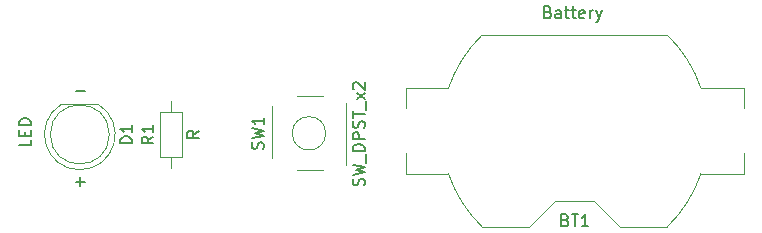
<source format=gto>
%TF.GenerationSoftware,KiCad,Pcbnew,7.0.6-7.0.6~ubuntu22.10.1*%
%TF.CreationDate,2023-08-23T17:57:52+03:00*%
%TF.ProjectId,Prj1 - LED torch,50726a31-202d-4204-9c45-4420746f7263,rev?*%
%TF.SameCoordinates,Original*%
%TF.FileFunction,Legend,Top*%
%TF.FilePolarity,Positive*%
%FSLAX46Y46*%
G04 Gerber Fmt 4.6, Leading zero omitted, Abs format (unit mm)*
G04 Created by KiCad (PCBNEW 7.0.6-7.0.6~ubuntu22.10.1) date 2023-08-23 17:57:52*
%MOMM*%
%LPD*%
G01*
G04 APERTURE LIST*
%ADD10C,0.150000*%
%ADD11C,0.120000*%
G04 APERTURE END LIST*
D10*
X155236779Y-109288866D02*
X155998684Y-109288866D01*
X155236779Y-116988866D02*
X155998684Y-116988866D01*
X155617731Y-117369819D02*
X155617731Y-116607914D01*
X196714285Y-120251009D02*
X196857142Y-120298628D01*
X196857142Y-120298628D02*
X196904761Y-120346247D01*
X196904761Y-120346247D02*
X196952380Y-120441485D01*
X196952380Y-120441485D02*
X196952380Y-120584342D01*
X196952380Y-120584342D02*
X196904761Y-120679580D01*
X196904761Y-120679580D02*
X196857142Y-120727200D01*
X196857142Y-120727200D02*
X196761904Y-120774819D01*
X196761904Y-120774819D02*
X196380952Y-120774819D01*
X196380952Y-120774819D02*
X196380952Y-119774819D01*
X196380952Y-119774819D02*
X196714285Y-119774819D01*
X196714285Y-119774819D02*
X196809523Y-119822438D01*
X196809523Y-119822438D02*
X196857142Y-119870057D01*
X196857142Y-119870057D02*
X196904761Y-119965295D01*
X196904761Y-119965295D02*
X196904761Y-120060533D01*
X196904761Y-120060533D02*
X196857142Y-120155771D01*
X196857142Y-120155771D02*
X196809523Y-120203390D01*
X196809523Y-120203390D02*
X196714285Y-120251009D01*
X196714285Y-120251009D02*
X196380952Y-120251009D01*
X197238095Y-119774819D02*
X197809523Y-119774819D01*
X197523809Y-120774819D02*
X197523809Y-119774819D01*
X198666666Y-120774819D02*
X198095238Y-120774819D01*
X198380952Y-120774819D02*
X198380952Y-119774819D01*
X198380952Y-119774819D02*
X198285714Y-119917676D01*
X198285714Y-119917676D02*
X198190476Y-120012914D01*
X198190476Y-120012914D02*
X198095238Y-120060533D01*
X195228570Y-102631009D02*
X195371427Y-102678628D01*
X195371427Y-102678628D02*
X195419046Y-102726247D01*
X195419046Y-102726247D02*
X195466665Y-102821485D01*
X195466665Y-102821485D02*
X195466665Y-102964342D01*
X195466665Y-102964342D02*
X195419046Y-103059580D01*
X195419046Y-103059580D02*
X195371427Y-103107200D01*
X195371427Y-103107200D02*
X195276189Y-103154819D01*
X195276189Y-103154819D02*
X194895237Y-103154819D01*
X194895237Y-103154819D02*
X194895237Y-102154819D01*
X194895237Y-102154819D02*
X195228570Y-102154819D01*
X195228570Y-102154819D02*
X195323808Y-102202438D01*
X195323808Y-102202438D02*
X195371427Y-102250057D01*
X195371427Y-102250057D02*
X195419046Y-102345295D01*
X195419046Y-102345295D02*
X195419046Y-102440533D01*
X195419046Y-102440533D02*
X195371427Y-102535771D01*
X195371427Y-102535771D02*
X195323808Y-102583390D01*
X195323808Y-102583390D02*
X195228570Y-102631009D01*
X195228570Y-102631009D02*
X194895237Y-102631009D01*
X196323808Y-103154819D02*
X196323808Y-102631009D01*
X196323808Y-102631009D02*
X196276189Y-102535771D01*
X196276189Y-102535771D02*
X196180951Y-102488152D01*
X196180951Y-102488152D02*
X195990475Y-102488152D01*
X195990475Y-102488152D02*
X195895237Y-102535771D01*
X196323808Y-103107200D02*
X196228570Y-103154819D01*
X196228570Y-103154819D02*
X195990475Y-103154819D01*
X195990475Y-103154819D02*
X195895237Y-103107200D01*
X195895237Y-103107200D02*
X195847618Y-103011961D01*
X195847618Y-103011961D02*
X195847618Y-102916723D01*
X195847618Y-102916723D02*
X195895237Y-102821485D01*
X195895237Y-102821485D02*
X195990475Y-102773866D01*
X195990475Y-102773866D02*
X196228570Y-102773866D01*
X196228570Y-102773866D02*
X196323808Y-102726247D01*
X196657142Y-102488152D02*
X197038094Y-102488152D01*
X196799999Y-102154819D02*
X196799999Y-103011961D01*
X196799999Y-103011961D02*
X196847618Y-103107200D01*
X196847618Y-103107200D02*
X196942856Y-103154819D01*
X196942856Y-103154819D02*
X197038094Y-103154819D01*
X197228571Y-102488152D02*
X197609523Y-102488152D01*
X197371428Y-102154819D02*
X197371428Y-103011961D01*
X197371428Y-103011961D02*
X197419047Y-103107200D01*
X197419047Y-103107200D02*
X197514285Y-103154819D01*
X197514285Y-103154819D02*
X197609523Y-103154819D01*
X198323809Y-103107200D02*
X198228571Y-103154819D01*
X198228571Y-103154819D02*
X198038095Y-103154819D01*
X198038095Y-103154819D02*
X197942857Y-103107200D01*
X197942857Y-103107200D02*
X197895238Y-103011961D01*
X197895238Y-103011961D02*
X197895238Y-102631009D01*
X197895238Y-102631009D02*
X197942857Y-102535771D01*
X197942857Y-102535771D02*
X198038095Y-102488152D01*
X198038095Y-102488152D02*
X198228571Y-102488152D01*
X198228571Y-102488152D02*
X198323809Y-102535771D01*
X198323809Y-102535771D02*
X198371428Y-102631009D01*
X198371428Y-102631009D02*
X198371428Y-102726247D01*
X198371428Y-102726247D02*
X197895238Y-102821485D01*
X198800000Y-103154819D02*
X198800000Y-102488152D01*
X198800000Y-102678628D02*
X198847619Y-102583390D01*
X198847619Y-102583390D02*
X198895238Y-102535771D01*
X198895238Y-102535771D02*
X198990476Y-102488152D01*
X198990476Y-102488152D02*
X199085714Y-102488152D01*
X199323810Y-102488152D02*
X199561905Y-103154819D01*
X199800000Y-102488152D02*
X199561905Y-103154819D01*
X199561905Y-103154819D02*
X199466667Y-103392914D01*
X199466667Y-103392914D02*
X199419048Y-103440533D01*
X199419048Y-103440533D02*
X199323810Y-103488152D01*
X160014819Y-113733094D02*
X159014819Y-113733094D01*
X159014819Y-113733094D02*
X159014819Y-113494999D01*
X159014819Y-113494999D02*
X159062438Y-113352142D01*
X159062438Y-113352142D02*
X159157676Y-113256904D01*
X159157676Y-113256904D02*
X159252914Y-113209285D01*
X159252914Y-113209285D02*
X159443390Y-113161666D01*
X159443390Y-113161666D02*
X159586247Y-113161666D01*
X159586247Y-113161666D02*
X159776723Y-113209285D01*
X159776723Y-113209285D02*
X159871961Y-113256904D01*
X159871961Y-113256904D02*
X159967200Y-113352142D01*
X159967200Y-113352142D02*
X160014819Y-113494999D01*
X160014819Y-113494999D02*
X160014819Y-113733094D01*
X160014819Y-112209285D02*
X160014819Y-112780713D01*
X160014819Y-112494999D02*
X159014819Y-112494999D01*
X159014819Y-112494999D02*
X159157676Y-112590237D01*
X159157676Y-112590237D02*
X159252914Y-112685475D01*
X159252914Y-112685475D02*
X159300533Y-112780713D01*
X151454819Y-113442857D02*
X151454819Y-113919047D01*
X151454819Y-113919047D02*
X150454819Y-113919047D01*
X150931009Y-113109523D02*
X150931009Y-112776190D01*
X151454819Y-112633333D02*
X151454819Y-113109523D01*
X151454819Y-113109523D02*
X150454819Y-113109523D01*
X150454819Y-113109523D02*
X150454819Y-112633333D01*
X151454819Y-112204761D02*
X150454819Y-112204761D01*
X150454819Y-112204761D02*
X150454819Y-111966666D01*
X150454819Y-111966666D02*
X150502438Y-111823809D01*
X150502438Y-111823809D02*
X150597676Y-111728571D01*
X150597676Y-111728571D02*
X150692914Y-111680952D01*
X150692914Y-111680952D02*
X150883390Y-111633333D01*
X150883390Y-111633333D02*
X151026247Y-111633333D01*
X151026247Y-111633333D02*
X151216723Y-111680952D01*
X151216723Y-111680952D02*
X151311961Y-111728571D01*
X151311961Y-111728571D02*
X151407200Y-111823809D01*
X151407200Y-111823809D02*
X151454819Y-111966666D01*
X151454819Y-111966666D02*
X151454819Y-112204761D01*
X161834819Y-113176666D02*
X161358628Y-113509999D01*
X161834819Y-113748094D02*
X160834819Y-113748094D01*
X160834819Y-113748094D02*
X160834819Y-113367142D01*
X160834819Y-113367142D02*
X160882438Y-113271904D01*
X160882438Y-113271904D02*
X160930057Y-113224285D01*
X160930057Y-113224285D02*
X161025295Y-113176666D01*
X161025295Y-113176666D02*
X161168152Y-113176666D01*
X161168152Y-113176666D02*
X161263390Y-113224285D01*
X161263390Y-113224285D02*
X161311009Y-113271904D01*
X161311009Y-113271904D02*
X161358628Y-113367142D01*
X161358628Y-113367142D02*
X161358628Y-113748094D01*
X161834819Y-112224285D02*
X161834819Y-112795713D01*
X161834819Y-112509999D02*
X160834819Y-112509999D01*
X160834819Y-112509999D02*
X160977676Y-112605237D01*
X160977676Y-112605237D02*
X161072914Y-112700475D01*
X161072914Y-112700475D02*
X161120533Y-112795713D01*
X165674819Y-112700476D02*
X165198628Y-113033809D01*
X165674819Y-113271904D02*
X164674819Y-113271904D01*
X164674819Y-113271904D02*
X164674819Y-112890952D01*
X164674819Y-112890952D02*
X164722438Y-112795714D01*
X164722438Y-112795714D02*
X164770057Y-112748095D01*
X164770057Y-112748095D02*
X164865295Y-112700476D01*
X164865295Y-112700476D02*
X165008152Y-112700476D01*
X165008152Y-112700476D02*
X165103390Y-112748095D01*
X165103390Y-112748095D02*
X165151009Y-112795714D01*
X165151009Y-112795714D02*
X165198628Y-112890952D01*
X165198628Y-112890952D02*
X165198628Y-113271904D01*
X171107200Y-114233332D02*
X171154819Y-114090475D01*
X171154819Y-114090475D02*
X171154819Y-113852380D01*
X171154819Y-113852380D02*
X171107200Y-113757142D01*
X171107200Y-113757142D02*
X171059580Y-113709523D01*
X171059580Y-113709523D02*
X170964342Y-113661904D01*
X170964342Y-113661904D02*
X170869104Y-113661904D01*
X170869104Y-113661904D02*
X170773866Y-113709523D01*
X170773866Y-113709523D02*
X170726247Y-113757142D01*
X170726247Y-113757142D02*
X170678628Y-113852380D01*
X170678628Y-113852380D02*
X170631009Y-114042856D01*
X170631009Y-114042856D02*
X170583390Y-114138094D01*
X170583390Y-114138094D02*
X170535771Y-114185713D01*
X170535771Y-114185713D02*
X170440533Y-114233332D01*
X170440533Y-114233332D02*
X170345295Y-114233332D01*
X170345295Y-114233332D02*
X170250057Y-114185713D01*
X170250057Y-114185713D02*
X170202438Y-114138094D01*
X170202438Y-114138094D02*
X170154819Y-114042856D01*
X170154819Y-114042856D02*
X170154819Y-113804761D01*
X170154819Y-113804761D02*
X170202438Y-113661904D01*
X170154819Y-113328570D02*
X171154819Y-113090475D01*
X171154819Y-113090475D02*
X170440533Y-112899999D01*
X170440533Y-112899999D02*
X171154819Y-112709523D01*
X171154819Y-112709523D02*
X170154819Y-112471428D01*
X171154819Y-111566666D02*
X171154819Y-112138094D01*
X171154819Y-111852380D02*
X170154819Y-111852380D01*
X170154819Y-111852380D02*
X170297676Y-111947618D01*
X170297676Y-111947618D02*
X170392914Y-112042856D01*
X170392914Y-112042856D02*
X170440533Y-112138094D01*
X179657200Y-117307142D02*
X179704819Y-117164285D01*
X179704819Y-117164285D02*
X179704819Y-116926190D01*
X179704819Y-116926190D02*
X179657200Y-116830952D01*
X179657200Y-116830952D02*
X179609580Y-116783333D01*
X179609580Y-116783333D02*
X179514342Y-116735714D01*
X179514342Y-116735714D02*
X179419104Y-116735714D01*
X179419104Y-116735714D02*
X179323866Y-116783333D01*
X179323866Y-116783333D02*
X179276247Y-116830952D01*
X179276247Y-116830952D02*
X179228628Y-116926190D01*
X179228628Y-116926190D02*
X179181009Y-117116666D01*
X179181009Y-117116666D02*
X179133390Y-117211904D01*
X179133390Y-117211904D02*
X179085771Y-117259523D01*
X179085771Y-117259523D02*
X178990533Y-117307142D01*
X178990533Y-117307142D02*
X178895295Y-117307142D01*
X178895295Y-117307142D02*
X178800057Y-117259523D01*
X178800057Y-117259523D02*
X178752438Y-117211904D01*
X178752438Y-117211904D02*
X178704819Y-117116666D01*
X178704819Y-117116666D02*
X178704819Y-116878571D01*
X178704819Y-116878571D02*
X178752438Y-116735714D01*
X178704819Y-116402380D02*
X179704819Y-116164285D01*
X179704819Y-116164285D02*
X178990533Y-115973809D01*
X178990533Y-115973809D02*
X179704819Y-115783333D01*
X179704819Y-115783333D02*
X178704819Y-115545238D01*
X179800057Y-115402381D02*
X179800057Y-114640476D01*
X179704819Y-114402380D02*
X178704819Y-114402380D01*
X178704819Y-114402380D02*
X178704819Y-114164285D01*
X178704819Y-114164285D02*
X178752438Y-114021428D01*
X178752438Y-114021428D02*
X178847676Y-113926190D01*
X178847676Y-113926190D02*
X178942914Y-113878571D01*
X178942914Y-113878571D02*
X179133390Y-113830952D01*
X179133390Y-113830952D02*
X179276247Y-113830952D01*
X179276247Y-113830952D02*
X179466723Y-113878571D01*
X179466723Y-113878571D02*
X179561961Y-113926190D01*
X179561961Y-113926190D02*
X179657200Y-114021428D01*
X179657200Y-114021428D02*
X179704819Y-114164285D01*
X179704819Y-114164285D02*
X179704819Y-114402380D01*
X179704819Y-113402380D02*
X178704819Y-113402380D01*
X178704819Y-113402380D02*
X178704819Y-113021428D01*
X178704819Y-113021428D02*
X178752438Y-112926190D01*
X178752438Y-112926190D02*
X178800057Y-112878571D01*
X178800057Y-112878571D02*
X178895295Y-112830952D01*
X178895295Y-112830952D02*
X179038152Y-112830952D01*
X179038152Y-112830952D02*
X179133390Y-112878571D01*
X179133390Y-112878571D02*
X179181009Y-112926190D01*
X179181009Y-112926190D02*
X179228628Y-113021428D01*
X179228628Y-113021428D02*
X179228628Y-113402380D01*
X179657200Y-112449999D02*
X179704819Y-112307142D01*
X179704819Y-112307142D02*
X179704819Y-112069047D01*
X179704819Y-112069047D02*
X179657200Y-111973809D01*
X179657200Y-111973809D02*
X179609580Y-111926190D01*
X179609580Y-111926190D02*
X179514342Y-111878571D01*
X179514342Y-111878571D02*
X179419104Y-111878571D01*
X179419104Y-111878571D02*
X179323866Y-111926190D01*
X179323866Y-111926190D02*
X179276247Y-111973809D01*
X179276247Y-111973809D02*
X179228628Y-112069047D01*
X179228628Y-112069047D02*
X179181009Y-112259523D01*
X179181009Y-112259523D02*
X179133390Y-112354761D01*
X179133390Y-112354761D02*
X179085771Y-112402380D01*
X179085771Y-112402380D02*
X178990533Y-112449999D01*
X178990533Y-112449999D02*
X178895295Y-112449999D01*
X178895295Y-112449999D02*
X178800057Y-112402380D01*
X178800057Y-112402380D02*
X178752438Y-112354761D01*
X178752438Y-112354761D02*
X178704819Y-112259523D01*
X178704819Y-112259523D02*
X178704819Y-112021428D01*
X178704819Y-112021428D02*
X178752438Y-111878571D01*
X178704819Y-111592856D02*
X178704819Y-111021428D01*
X179704819Y-111307142D02*
X178704819Y-111307142D01*
X179800057Y-110926190D02*
X179800057Y-110164285D01*
X179704819Y-110021427D02*
X179038152Y-109497618D01*
X179038152Y-110021427D02*
X179704819Y-109497618D01*
X178800057Y-109164284D02*
X178752438Y-109116665D01*
X178752438Y-109116665D02*
X178704819Y-109021427D01*
X178704819Y-109021427D02*
X178704819Y-108783332D01*
X178704819Y-108783332D02*
X178752438Y-108688094D01*
X178752438Y-108688094D02*
X178800057Y-108640475D01*
X178800057Y-108640475D02*
X178895295Y-108592856D01*
X178895295Y-108592856D02*
X178990533Y-108592856D01*
X178990533Y-108592856D02*
X179133390Y-108640475D01*
X179133390Y-108640475D02*
X179704819Y-109211903D01*
X179704819Y-109211903D02*
X179704819Y-108592856D01*
D11*
%TO.C,BT1*%
X183190000Y-109090000D02*
X186808000Y-109090000D01*
X183190000Y-110800000D02*
X183190000Y-109090000D01*
X183190000Y-114600000D02*
X183190000Y-116310000D01*
X186808000Y-116310000D02*
X183190000Y-116310000D01*
X189652700Y-104590000D02*
X205347300Y-104590000D01*
X193640000Y-120810000D02*
X189652700Y-120810000D01*
X195840000Y-118610000D02*
X193640000Y-120810000D01*
X199160000Y-118610000D02*
X195840000Y-118610000D01*
X199160000Y-118610000D02*
X201360000Y-120810000D01*
X205347300Y-120810000D02*
X201360000Y-120810000D01*
X208192000Y-109090000D02*
X211810000Y-109090000D01*
X211810000Y-110800000D02*
X211810000Y-109090000D01*
X211810000Y-114600000D02*
X211810000Y-116310000D01*
X211810000Y-116310000D02*
X208192000Y-116310000D01*
X189654629Y-104588211D02*
G75*
G03*
X186808001Y-109090000I7845391J-8111799D01*
G01*
X186808000Y-116310000D02*
G75*
G03*
X189654629Y-120811789I10691995J3609996D01*
G01*
X208192000Y-109090000D02*
G75*
G03*
X205345371Y-104588211I-10692000J-3610000D01*
G01*
X205345371Y-120811789D02*
G75*
G03*
X208192000Y-116310000I-7845391J8111801D01*
G01*
%TO.C,D1*%
X157145000Y-110435000D02*
X154055000Y-110435000D01*
X155599538Y-115984999D02*
G75*
G03*
X157144830Y-110435001I462J2989999D01*
G01*
X154055170Y-110435000D02*
G75*
G03*
X155600462Y-115985000I1544830J-2560000D01*
G01*
X158100000Y-112995000D02*
G75*
G03*
X158100000Y-112995000I-2500000J0D01*
G01*
%TO.C,R1*%
X163300000Y-115880000D02*
X163300000Y-114930000D01*
X162380000Y-114930000D02*
X164220000Y-114930000D01*
X164220000Y-114930000D02*
X164220000Y-111090000D01*
X162380000Y-111090000D02*
X162380000Y-114930000D01*
X164220000Y-111090000D02*
X162380000Y-111090000D01*
X163300000Y-110140000D02*
X163300000Y-111090000D01*
%TO.C,SW1*%
X176150000Y-116020000D02*
X173950000Y-116020000D01*
X178120000Y-115550000D02*
X178120000Y-110350000D01*
X171880000Y-114950000D02*
X171880000Y-110550000D01*
X173950000Y-109780000D02*
X176150000Y-109780000D01*
X176414214Y-112900000D02*
G75*
G03*
X176414214Y-112900000I-1414214J0D01*
G01*
%TD*%
M02*

</source>
